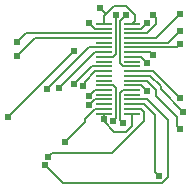
<source format=gbl>
G04 Layer: BottomLayer*
G04 EasyEDA Pro v2.2.32.3, 2024-12-01 19:29:51*
G04 Gerber Generator version 0.3*
G04 Scale: 100 percent, Rotated: No, Reflected: No*
G04 Dimensions in millimeters*
G04 Leading zeros omitted, absolute positions, 3 integers and 5 decimals*
%FSLAX35Y35*%
%MOMM*%
%ADD10R,1.4X0.2*%
%ADD11C,0.61*%
%ADD12C,0.18*%
G75*


G04 Pad Start*
G54D10*
G01X1592199Y-1992897D03*
G01X1354201Y-1992897D03*
G01X1592199Y-1952892D03*
G01X1354201Y-1952892D03*
G01X1592199Y-1912912D03*
G01X1354201Y-1912912D03*
G01X1592199Y-1872907D03*
G01X1354201Y-1872907D03*
G01X1592199Y-1832902D03*
G01X1354201Y-1832902D03*
G01X1592199Y-1792897D03*
G01X1354201Y-1792897D03*
G01X1592199Y-1752892D03*
G01X1354201Y-1752892D03*
G01X1592199Y-1712912D03*
G01X1354201Y-1712912D03*
G01X1592199Y-1672907D03*
G01X1354201Y-1672907D03*
G01X1592199Y-1632902D03*
G01X1354201Y-1632902D03*
G01X1592199Y-1592897D03*
G01X1354201Y-1592897D03*
G01X1592199Y-1552892D03*
G01X1354201Y-1552892D03*
G01X1592199Y-1512913D03*
G01X1354201Y-1512913D03*
G01X1592199Y-1472908D03*
G01X1354201Y-1472908D03*
G01X1592199Y-1432903D03*
G01X1354201Y-1432903D03*
G01X1592199Y-1392898D03*
G01X1354201Y-1392898D03*
G01X1592199Y-1352893D03*
G01X1354201Y-1352893D03*
G01X1592199Y-1312913D03*
G01X1354201Y-1312913D03*
G01X1592199Y-1272908D03*
G01X1354201Y-1272908D03*
G01X1592199Y-1232903D03*
G01X1354201Y-1232903D03*
G04 Pad End*

G04 Via Start*
G54D11*
G01X1719199Y-1222108D03*
G01X1769999Y-1160513D03*
G01X1719199Y-1803692D03*
G01X1998599Y-2119312D03*
G01X2023999Y-1977707D03*
G01X1998599Y-1861502D03*
G01X1515999Y-2072297D03*
G01X1820799Y-2522512D03*
G01X1227201Y-1843697D03*
G01X1430401Y-2057692D03*
G01X1227201Y-1222108D03*
G01X1354201Y-2041699D03*
G01X1100201Y-1745297D03*
G01X1176401Y-1759902D03*
G01X617601Y-1505293D03*
G01X1227201Y-1923707D03*
G01X855599Y-2431707D03*
G01X1719199Y-1563713D03*
G01X1769999Y-1498308D03*
G01X1998599Y-1407503D03*
G01X617601Y-1389113D03*
G01X1998599Y-1291298D03*
G01X973201Y-1777708D03*
G01X1024001Y-2232292D03*
G01X880999Y-2359292D03*
G01X1455801Y-1157313D03*
G01X1100201Y-1462113D03*
G01X541401Y-2020913D03*
G01X1541399Y-1161097D03*
G01X1998599Y-1149693D03*
G01X871601Y-1788503D03*
G01X1318996Y-1099707D03*
G04 Via End*

G04 Track Start*
G54D12*
G01X1592199Y-1272908D02*
G01X1668399Y-1272908D01*
G01X1719199Y-1222108D01*
G01X1592199Y-1312913D02*
G01X1719199Y-1312913D01*
G01X1795399Y-1236713D01*
G01X1795399Y-1185913D01*
G01X1769999Y-1160513D01*
G01X1592199Y-1752892D02*
G01X1668399Y-1752892D01*
G01X1719199Y-1803692D01*
G01X1592199Y-1712912D02*
G01X1719199Y-1712912D01*
G01X1795399Y-1789112D01*
G01X1795399Y-1839912D01*
G01X1975004Y-2019518D01*
G01X1975004Y-2095718D01*
G01X1998599Y-2119312D01*
G01X1592199Y-1672907D02*
G01X1744599Y-1672907D01*
G01X1834402Y-1762710D01*
G01X1834402Y-1788110D01*
G01X2023999Y-1977707D01*
G01X1592199Y-1632902D02*
G01X1769999Y-1632902D01*
G01X1998599Y-1861502D01*
G01X1592199Y-1792897D02*
G01X1515999Y-1792897D01*
G01X1490599Y-1818297D01*
G01X1490599Y-2046897D01*
G01X1515999Y-2072297D01*
G01X1592199Y-1912912D02*
G01X1693799Y-1912912D01*
G01X1783602Y-2002715D01*
G01X1783602Y-2485315D01*
G01X1820799Y-2522512D01*
G01X1354201Y-1792897D02*
G01X1278001Y-1792897D01*
G01X1227201Y-1843697D01*
G01X1354201Y-1752892D02*
G01X1430401Y-1752892D01*
G01X1455801Y-1778292D01*
G01X1455801Y-2032292D01*
G01X1430401Y-2057692D01*
G01X1354201Y-1272908D02*
G01X1278001Y-1272908D01*
G01X1227201Y-1222108D01*
G01X1592199Y-1992897D02*
G01X1592199Y-2094497D01*
G01X1541399Y-2145297D01*
G01X1439799Y-2145297D01*
G01X1354201Y-2059699D01*
G01X1354201Y-1992897D01*
G01X1354201Y-1592897D02*
G01X1252601Y-1592897D01*
G01X1100201Y-1745297D01*
G01X1354201Y-1632902D02*
G01X1278001Y-1632902D01*
G01X1188198Y-1722705D01*
G01X1188198Y-1748105D01*
G01X1176401Y-1759902D01*
G01X1354201Y-1352893D02*
G01X770001Y-1352893D01*
G01X617601Y-1505293D01*
G01X1354201Y-1872907D02*
G01X1278001Y-1872907D01*
G01X1227201Y-1923707D01*
G01X1592199Y-1872907D02*
G01X1719199Y-1872907D01*
G01X1896999Y-2050707D01*
G01X1896999Y-2533307D01*
G01X1846199Y-2584107D01*
G01X1007999Y-2584107D01*
G01X855599Y-2431707D01*
G01X1592199Y-1512913D02*
G01X1668399Y-1512913D01*
G01X1719199Y-1563713D01*
G01X1592199Y-1472908D02*
G01X1744599Y-1472908D01*
G01X1769999Y-1498308D01*
G01X1592199Y-1432903D02*
G01X1973199Y-1432903D01*
G01X1998599Y-1407503D01*
G01X1354201Y-1312913D02*
G01X693801Y-1312913D01*
G01X617601Y-1389113D01*
G01X1592199Y-1392898D02*
G01X1896999Y-1392898D01*
G01X1998599Y-1291298D01*
G01X1354201Y-1472908D02*
G01X1278001Y-1472908D01*
G01X973201Y-1777708D01*
G01X1354201Y-1952892D02*
G01X1278001Y-1952892D01*
G01X1188198Y-2042694D01*
G01X1188198Y-2068094D01*
G01X1024001Y-2232292D01*
G01X1592199Y-1952892D02*
G01X1668399Y-1952892D01*
G01X1693799Y-1978292D01*
G01X1693799Y-2054492D01*
G01X1424391Y-2323899D01*
G01X916391Y-2323899D01*
G01X880999Y-2359292D01*
G01X1354201Y-1512913D02*
G01X1430401Y-1512913D01*
G01X1455801Y-1487513D01*
G01X1455801Y-1157313D01*
G01X1100201Y-1462113D02*
G01X541401Y-2020913D01*
G01X1592199Y-1592897D02*
G01X1515999Y-1592897D01*
G01X1490599Y-1567497D01*
G01X1490599Y-1211897D01*
G01X1541399Y-1161097D01*
G01X1592199Y-1352893D02*
G01X1795399Y-1352893D01*
G01X1998599Y-1149693D01*
G01X1354201Y-1432903D02*
G01X1227201Y-1432903D01*
G01X871601Y-1788503D01*
G01X1592199Y-1232903D02*
G01X1617599Y-1207503D01*
G01X1617599Y-1156703D01*
G01X1541399Y-1080503D01*
G01X1439799Y-1080503D01*
G01X1354201Y-1166101D02*
G01X1354201Y-1232903D01*
G01X1369796Y-1150507D02*
G01X1318996Y-1099707D01*
G01X1439799Y-1080503D02*
G01X1369796Y-1150507D01*
G01X1354201Y-1166101D01*
G04 Track End*

M02*


</source>
